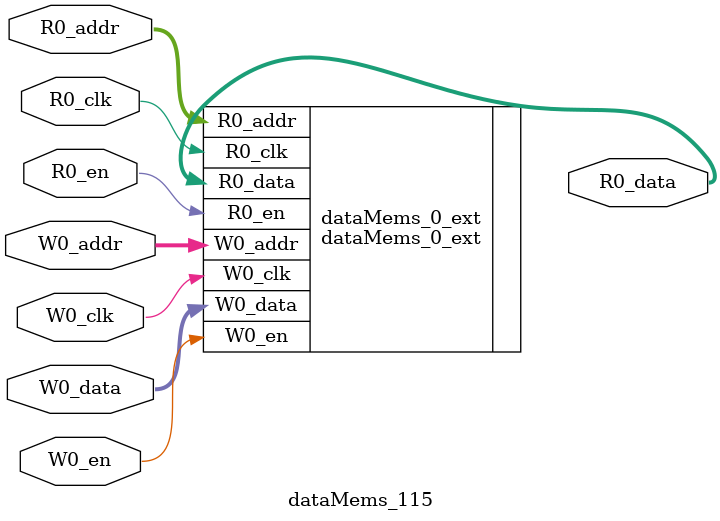
<source format=sv>
`ifndef RANDOMIZE
  `ifdef RANDOMIZE_REG_INIT
    `define RANDOMIZE
  `endif // RANDOMIZE_REG_INIT
`endif // not def RANDOMIZE
`ifndef RANDOMIZE
  `ifdef RANDOMIZE_MEM_INIT
    `define RANDOMIZE
  `endif // RANDOMIZE_MEM_INIT
`endif // not def RANDOMIZE

`ifndef RANDOM
  `define RANDOM $random
`endif // not def RANDOM

// Users can define 'PRINTF_COND' to add an extra gate to prints.
`ifndef PRINTF_COND_
  `ifdef PRINTF_COND
    `define PRINTF_COND_ (`PRINTF_COND)
  `else  // PRINTF_COND
    `define PRINTF_COND_ 1
  `endif // PRINTF_COND
`endif // not def PRINTF_COND_

// Users can define 'ASSERT_VERBOSE_COND' to add an extra gate to assert error printing.
`ifndef ASSERT_VERBOSE_COND_
  `ifdef ASSERT_VERBOSE_COND
    `define ASSERT_VERBOSE_COND_ (`ASSERT_VERBOSE_COND)
  `else  // ASSERT_VERBOSE_COND
    `define ASSERT_VERBOSE_COND_ 1
  `endif // ASSERT_VERBOSE_COND
`endif // not def ASSERT_VERBOSE_COND_

// Users can define 'STOP_COND' to add an extra gate to stop conditions.
`ifndef STOP_COND_
  `ifdef STOP_COND
    `define STOP_COND_ (`STOP_COND)
  `else  // STOP_COND
    `define STOP_COND_ 1
  `endif // STOP_COND
`endif // not def STOP_COND_

// Users can define INIT_RANDOM as general code that gets injected into the
// initializer block for modules with registers.
`ifndef INIT_RANDOM
  `define INIT_RANDOM
`endif // not def INIT_RANDOM

// If using random initialization, you can also define RANDOMIZE_DELAY to
// customize the delay used, otherwise 0.002 is used.
`ifndef RANDOMIZE_DELAY
  `define RANDOMIZE_DELAY 0.002
`endif // not def RANDOMIZE_DELAY

// Define INIT_RANDOM_PROLOG_ for use in our modules below.
`ifndef INIT_RANDOM_PROLOG_
  `ifdef RANDOMIZE
    `ifdef VERILATOR
      `define INIT_RANDOM_PROLOG_ `INIT_RANDOM
    `else  // VERILATOR
      `define INIT_RANDOM_PROLOG_ `INIT_RANDOM #`RANDOMIZE_DELAY begin end
    `endif // VERILATOR
  `else  // RANDOMIZE
    `define INIT_RANDOM_PROLOG_
  `endif // RANDOMIZE
`endif // not def INIT_RANDOM_PROLOG_

// Include register initializers in init blocks unless synthesis is set
`ifndef SYNTHESIS
  `ifndef ENABLE_INITIAL_REG_
    `define ENABLE_INITIAL_REG_
  `endif // not def ENABLE_INITIAL_REG_
`endif // not def SYNTHESIS

// Include rmemory initializers in init blocks unless synthesis is set
`ifndef SYNTHESIS
  `ifndef ENABLE_INITIAL_MEM_
    `define ENABLE_INITIAL_MEM_
  `endif // not def ENABLE_INITIAL_MEM_
`endif // not def SYNTHESIS

module dataMems_115(	// @[generators/ara/src/main/scala/UnsafeAXI4ToTL.scala:365:62]
  input  [4:0]   R0_addr,
  input          R0_en,
  input          R0_clk,
  output [130:0] R0_data,
  input  [4:0]   W0_addr,
  input          W0_en,
  input          W0_clk,
  input  [130:0] W0_data
);

  dataMems_0_ext dataMems_0_ext (	// @[generators/ara/src/main/scala/UnsafeAXI4ToTL.scala:365:62]
    .R0_addr (R0_addr),
    .R0_en   (R0_en),
    .R0_clk  (R0_clk),
    .R0_data (R0_data),
    .W0_addr (W0_addr),
    .W0_en   (W0_en),
    .W0_clk  (W0_clk),
    .W0_data (W0_data)
  );
endmodule


</source>
